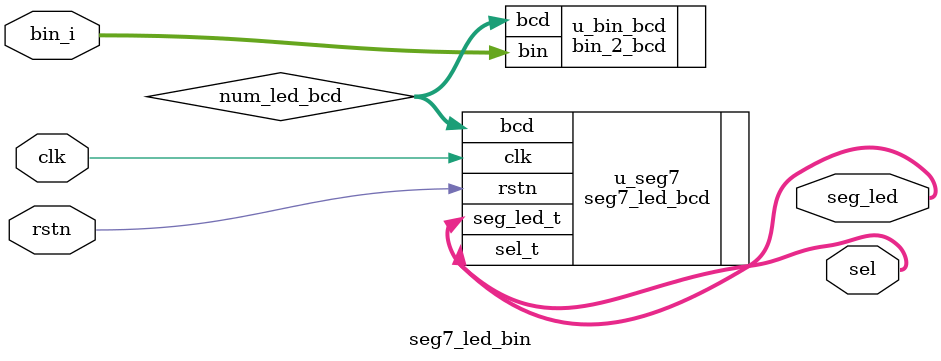
<source format=v>
`include "bin_2_bcd.v"
`include "seg7_led_bcd.v"
module seg7_led_bin
#(
    parameter BIN_WIDTH = 32
)
(
    input clk,
    input rstn,
    input [BIN_WIDTH-1:0] bin_i,
    output [3:0]    sel,
    output [7:0]    seg_led    
);

wire [15:0] num_led_bcd;

bin_2_bcd #(
    .W(BIN_WIDTH)
)u_bin_bcd(
    .bin(bin_i),
    .bcd(num_led_bcd)
);

seg7_led_bcd u_seg7(
    .clk(clk),
    .rstn(rstn),
    .bcd(num_led_bcd),
    .sel_t(sel),
    .seg_led_t(seg_led)
);

endmodule
</source>
